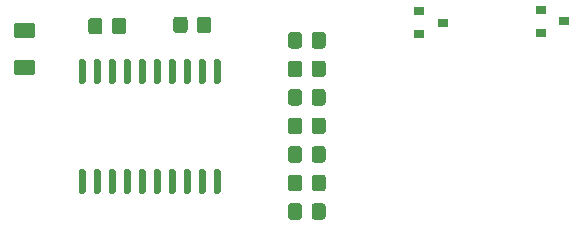
<source format=gbr>
%TF.GenerationSoftware,KiCad,Pcbnew,5.1.9-73d0e3b20d~88~ubuntu20.04.1*%
%TF.CreationDate,2021-03-07T16:38:01-05:00*%
%TF.ProjectId,hexdisplay8,68657864-6973-4706-9c61-79382e6b6963,rev?*%
%TF.SameCoordinates,Original*%
%TF.FileFunction,Paste,Top*%
%TF.FilePolarity,Positive*%
%FSLAX46Y46*%
G04 Gerber Fmt 4.6, Leading zero omitted, Abs format (unit mm)*
G04 Created by KiCad (PCBNEW 5.1.9-73d0e3b20d~88~ubuntu20.04.1) date 2021-03-07 16:38:01*
%MOMM*%
%LPD*%
G01*
G04 APERTURE LIST*
%ADD10R,0.900000X0.800000*%
G04 APERTURE END LIST*
%TO.C,C1*%
G36*
G01*
X143350001Y-106462500D02*
X142049999Y-106462500D01*
G75*
G02*
X141800000Y-106212501I0J249999D01*
G01*
X141800000Y-105387499D01*
G75*
G02*
X142049999Y-105137500I249999J0D01*
G01*
X143350001Y-105137500D01*
G75*
G02*
X143600000Y-105387499I0J-249999D01*
G01*
X143600000Y-106212501D01*
G75*
G02*
X143350001Y-106462500I-249999J0D01*
G01*
G37*
G36*
G01*
X143350001Y-103337500D02*
X142049999Y-103337500D01*
G75*
G02*
X141800000Y-103087501I0J249999D01*
G01*
X141800000Y-102262499D01*
G75*
G02*
X142049999Y-102012500I249999J0D01*
G01*
X143350001Y-102012500D01*
G75*
G02*
X143600000Y-102262499I0J-249999D01*
G01*
X143600000Y-103087501D01*
G75*
G02*
X143350001Y-103337500I-249999J0D01*
G01*
G37*
%TD*%
D10*
%TO.C,Q1*%
X186400000Y-100950000D03*
X186400000Y-102850000D03*
X188400000Y-101900000D03*
%TD*%
%TO.C,Q2*%
X178100000Y-102000000D03*
X176100000Y-102950000D03*
X176100000Y-101050000D03*
%TD*%
%TO.C,R1*%
G36*
G01*
X168200000Y-103049999D02*
X168200000Y-103950001D01*
G75*
G02*
X167950001Y-104200000I-249999J0D01*
G01*
X167249999Y-104200000D01*
G75*
G02*
X167000000Y-103950001I0J249999D01*
G01*
X167000000Y-103049999D01*
G75*
G02*
X167249999Y-102800000I249999J0D01*
G01*
X167950001Y-102800000D01*
G75*
G02*
X168200000Y-103049999I0J-249999D01*
G01*
G37*
G36*
G01*
X166200000Y-103049999D02*
X166200000Y-103950001D01*
G75*
G02*
X165950001Y-104200000I-249999J0D01*
G01*
X165249999Y-104200000D01*
G75*
G02*
X165000000Y-103950001I0J249999D01*
G01*
X165000000Y-103049999D01*
G75*
G02*
X165249999Y-102800000I249999J0D01*
G01*
X165950001Y-102800000D01*
G75*
G02*
X166200000Y-103049999I0J-249999D01*
G01*
G37*
%TD*%
%TO.C,R2*%
G36*
G01*
X166200000Y-105466665D02*
X166200000Y-106366667D01*
G75*
G02*
X165950001Y-106616666I-249999J0D01*
G01*
X165249999Y-106616666D01*
G75*
G02*
X165000000Y-106366667I0J249999D01*
G01*
X165000000Y-105466665D01*
G75*
G02*
X165249999Y-105216666I249999J0D01*
G01*
X165950001Y-105216666D01*
G75*
G02*
X166200000Y-105466665I0J-249999D01*
G01*
G37*
G36*
G01*
X168200000Y-105466665D02*
X168200000Y-106366667D01*
G75*
G02*
X167950001Y-106616666I-249999J0D01*
G01*
X167249999Y-106616666D01*
G75*
G02*
X167000000Y-106366667I0J249999D01*
G01*
X167000000Y-105466665D01*
G75*
G02*
X167249999Y-105216666I249999J0D01*
G01*
X167950001Y-105216666D01*
G75*
G02*
X168200000Y-105466665I0J-249999D01*
G01*
G37*
%TD*%
%TO.C,R3*%
G36*
G01*
X168200000Y-107883331D02*
X168200000Y-108783333D01*
G75*
G02*
X167950001Y-109033332I-249999J0D01*
G01*
X167249999Y-109033332D01*
G75*
G02*
X167000000Y-108783333I0J249999D01*
G01*
X167000000Y-107883331D01*
G75*
G02*
X167249999Y-107633332I249999J0D01*
G01*
X167950001Y-107633332D01*
G75*
G02*
X168200000Y-107883331I0J-249999D01*
G01*
G37*
G36*
G01*
X166200000Y-107883331D02*
X166200000Y-108783333D01*
G75*
G02*
X165950001Y-109033332I-249999J0D01*
G01*
X165249999Y-109033332D01*
G75*
G02*
X165000000Y-108783333I0J249999D01*
G01*
X165000000Y-107883331D01*
G75*
G02*
X165249999Y-107633332I249999J0D01*
G01*
X165950001Y-107633332D01*
G75*
G02*
X166200000Y-107883331I0J-249999D01*
G01*
G37*
%TD*%
%TO.C,R4*%
G36*
G01*
X166200000Y-110299997D02*
X166200000Y-111199999D01*
G75*
G02*
X165950001Y-111449998I-249999J0D01*
G01*
X165249999Y-111449998D01*
G75*
G02*
X165000000Y-111199999I0J249999D01*
G01*
X165000000Y-110299997D01*
G75*
G02*
X165249999Y-110049998I249999J0D01*
G01*
X165950001Y-110049998D01*
G75*
G02*
X166200000Y-110299997I0J-249999D01*
G01*
G37*
G36*
G01*
X168200000Y-110299997D02*
X168200000Y-111199999D01*
G75*
G02*
X167950001Y-111449998I-249999J0D01*
G01*
X167249999Y-111449998D01*
G75*
G02*
X167000000Y-111199999I0J249999D01*
G01*
X167000000Y-110299997D01*
G75*
G02*
X167249999Y-110049998I249999J0D01*
G01*
X167950001Y-110049998D01*
G75*
G02*
X168200000Y-110299997I0J-249999D01*
G01*
G37*
%TD*%
%TO.C,R5*%
G36*
G01*
X168200000Y-112716663D02*
X168200000Y-113616665D01*
G75*
G02*
X167950001Y-113866664I-249999J0D01*
G01*
X167249999Y-113866664D01*
G75*
G02*
X167000000Y-113616665I0J249999D01*
G01*
X167000000Y-112716663D01*
G75*
G02*
X167249999Y-112466664I249999J0D01*
G01*
X167950001Y-112466664D01*
G75*
G02*
X168200000Y-112716663I0J-249999D01*
G01*
G37*
G36*
G01*
X166200000Y-112716663D02*
X166200000Y-113616665D01*
G75*
G02*
X165950001Y-113866664I-249999J0D01*
G01*
X165249999Y-113866664D01*
G75*
G02*
X165000000Y-113616665I0J249999D01*
G01*
X165000000Y-112716663D01*
G75*
G02*
X165249999Y-112466664I249999J0D01*
G01*
X165950001Y-112466664D01*
G75*
G02*
X166200000Y-112716663I0J-249999D01*
G01*
G37*
%TD*%
%TO.C,R6*%
G36*
G01*
X166200000Y-115133329D02*
X166200000Y-116033331D01*
G75*
G02*
X165950001Y-116283330I-249999J0D01*
G01*
X165249999Y-116283330D01*
G75*
G02*
X165000000Y-116033331I0J249999D01*
G01*
X165000000Y-115133329D01*
G75*
G02*
X165249999Y-114883330I249999J0D01*
G01*
X165950001Y-114883330D01*
G75*
G02*
X166200000Y-115133329I0J-249999D01*
G01*
G37*
G36*
G01*
X168200000Y-115133329D02*
X168200000Y-116033331D01*
G75*
G02*
X167950001Y-116283330I-249999J0D01*
G01*
X167249999Y-116283330D01*
G75*
G02*
X167000000Y-116033331I0J249999D01*
G01*
X167000000Y-115133329D01*
G75*
G02*
X167249999Y-114883330I249999J0D01*
G01*
X167950001Y-114883330D01*
G75*
G02*
X168200000Y-115133329I0J-249999D01*
G01*
G37*
%TD*%
%TO.C,R7*%
G36*
G01*
X168200000Y-117549999D02*
X168200000Y-118450001D01*
G75*
G02*
X167950001Y-118700000I-249999J0D01*
G01*
X167249999Y-118700000D01*
G75*
G02*
X167000000Y-118450001I0J249999D01*
G01*
X167000000Y-117549999D01*
G75*
G02*
X167249999Y-117300000I249999J0D01*
G01*
X167950001Y-117300000D01*
G75*
G02*
X168200000Y-117549999I0J-249999D01*
G01*
G37*
G36*
G01*
X166200000Y-117549999D02*
X166200000Y-118450001D01*
G75*
G02*
X165950001Y-118700000I-249999J0D01*
G01*
X165249999Y-118700000D01*
G75*
G02*
X165000000Y-118450001I0J249999D01*
G01*
X165000000Y-117549999D01*
G75*
G02*
X165249999Y-117300000I249999J0D01*
G01*
X165950001Y-117300000D01*
G75*
G02*
X166200000Y-117549999I0J-249999D01*
G01*
G37*
%TD*%
%TO.C,R8*%
G36*
G01*
X149300000Y-101849999D02*
X149300000Y-102750001D01*
G75*
G02*
X149050001Y-103000000I-249999J0D01*
G01*
X148349999Y-103000000D01*
G75*
G02*
X148100000Y-102750001I0J249999D01*
G01*
X148100000Y-101849999D01*
G75*
G02*
X148349999Y-101600000I249999J0D01*
G01*
X149050001Y-101600000D01*
G75*
G02*
X149300000Y-101849999I0J-249999D01*
G01*
G37*
G36*
G01*
X151300000Y-101849999D02*
X151300000Y-102750001D01*
G75*
G02*
X151050001Y-103000000I-249999J0D01*
G01*
X150349999Y-103000000D01*
G75*
G02*
X150100000Y-102750001I0J249999D01*
G01*
X150100000Y-101849999D01*
G75*
G02*
X150349999Y-101600000I249999J0D01*
G01*
X151050001Y-101600000D01*
G75*
G02*
X151300000Y-101849999I0J-249999D01*
G01*
G37*
%TD*%
%TO.C,R9*%
G36*
G01*
X158500000Y-101749999D02*
X158500000Y-102650001D01*
G75*
G02*
X158250001Y-102900000I-249999J0D01*
G01*
X157549999Y-102900000D01*
G75*
G02*
X157300000Y-102650001I0J249999D01*
G01*
X157300000Y-101749999D01*
G75*
G02*
X157549999Y-101500000I249999J0D01*
G01*
X158250001Y-101500000D01*
G75*
G02*
X158500000Y-101749999I0J-249999D01*
G01*
G37*
G36*
G01*
X156500000Y-101749999D02*
X156500000Y-102650001D01*
G75*
G02*
X156250001Y-102900000I-249999J0D01*
G01*
X155549999Y-102900000D01*
G75*
G02*
X155300000Y-102650001I0J249999D01*
G01*
X155300000Y-101749999D01*
G75*
G02*
X155549999Y-101500000I249999J0D01*
G01*
X156250001Y-101500000D01*
G75*
G02*
X156500000Y-101749999I0J-249999D01*
G01*
G37*
%TD*%
%TO.C,U1*%
G36*
G01*
X147735000Y-116475000D02*
X147435000Y-116475000D01*
G75*
G02*
X147285000Y-116325000I0J150000D01*
G01*
X147285000Y-114575000D01*
G75*
G02*
X147435000Y-114425000I150000J0D01*
G01*
X147735000Y-114425000D01*
G75*
G02*
X147885000Y-114575000I0J-150000D01*
G01*
X147885000Y-116325000D01*
G75*
G02*
X147735000Y-116475000I-150000J0D01*
G01*
G37*
G36*
G01*
X149005000Y-116475000D02*
X148705000Y-116475000D01*
G75*
G02*
X148555000Y-116325000I0J150000D01*
G01*
X148555000Y-114575000D01*
G75*
G02*
X148705000Y-114425000I150000J0D01*
G01*
X149005000Y-114425000D01*
G75*
G02*
X149155000Y-114575000I0J-150000D01*
G01*
X149155000Y-116325000D01*
G75*
G02*
X149005000Y-116475000I-150000J0D01*
G01*
G37*
G36*
G01*
X150275000Y-116475000D02*
X149975000Y-116475000D01*
G75*
G02*
X149825000Y-116325000I0J150000D01*
G01*
X149825000Y-114575000D01*
G75*
G02*
X149975000Y-114425000I150000J0D01*
G01*
X150275000Y-114425000D01*
G75*
G02*
X150425000Y-114575000I0J-150000D01*
G01*
X150425000Y-116325000D01*
G75*
G02*
X150275000Y-116475000I-150000J0D01*
G01*
G37*
G36*
G01*
X151545000Y-116475000D02*
X151245000Y-116475000D01*
G75*
G02*
X151095000Y-116325000I0J150000D01*
G01*
X151095000Y-114575000D01*
G75*
G02*
X151245000Y-114425000I150000J0D01*
G01*
X151545000Y-114425000D01*
G75*
G02*
X151695000Y-114575000I0J-150000D01*
G01*
X151695000Y-116325000D01*
G75*
G02*
X151545000Y-116475000I-150000J0D01*
G01*
G37*
G36*
G01*
X152815000Y-116475000D02*
X152515000Y-116475000D01*
G75*
G02*
X152365000Y-116325000I0J150000D01*
G01*
X152365000Y-114575000D01*
G75*
G02*
X152515000Y-114425000I150000J0D01*
G01*
X152815000Y-114425000D01*
G75*
G02*
X152965000Y-114575000I0J-150000D01*
G01*
X152965000Y-116325000D01*
G75*
G02*
X152815000Y-116475000I-150000J0D01*
G01*
G37*
G36*
G01*
X154085000Y-116475000D02*
X153785000Y-116475000D01*
G75*
G02*
X153635000Y-116325000I0J150000D01*
G01*
X153635000Y-114575000D01*
G75*
G02*
X153785000Y-114425000I150000J0D01*
G01*
X154085000Y-114425000D01*
G75*
G02*
X154235000Y-114575000I0J-150000D01*
G01*
X154235000Y-116325000D01*
G75*
G02*
X154085000Y-116475000I-150000J0D01*
G01*
G37*
G36*
G01*
X155355000Y-116475000D02*
X155055000Y-116475000D01*
G75*
G02*
X154905000Y-116325000I0J150000D01*
G01*
X154905000Y-114575000D01*
G75*
G02*
X155055000Y-114425000I150000J0D01*
G01*
X155355000Y-114425000D01*
G75*
G02*
X155505000Y-114575000I0J-150000D01*
G01*
X155505000Y-116325000D01*
G75*
G02*
X155355000Y-116475000I-150000J0D01*
G01*
G37*
G36*
G01*
X156625000Y-116475000D02*
X156325000Y-116475000D01*
G75*
G02*
X156175000Y-116325000I0J150000D01*
G01*
X156175000Y-114575000D01*
G75*
G02*
X156325000Y-114425000I150000J0D01*
G01*
X156625000Y-114425000D01*
G75*
G02*
X156775000Y-114575000I0J-150000D01*
G01*
X156775000Y-116325000D01*
G75*
G02*
X156625000Y-116475000I-150000J0D01*
G01*
G37*
G36*
G01*
X157895000Y-116475000D02*
X157595000Y-116475000D01*
G75*
G02*
X157445000Y-116325000I0J150000D01*
G01*
X157445000Y-114575000D01*
G75*
G02*
X157595000Y-114425000I150000J0D01*
G01*
X157895000Y-114425000D01*
G75*
G02*
X158045000Y-114575000I0J-150000D01*
G01*
X158045000Y-116325000D01*
G75*
G02*
X157895000Y-116475000I-150000J0D01*
G01*
G37*
G36*
G01*
X159165000Y-116475000D02*
X158865000Y-116475000D01*
G75*
G02*
X158715000Y-116325000I0J150000D01*
G01*
X158715000Y-114575000D01*
G75*
G02*
X158865000Y-114425000I150000J0D01*
G01*
X159165000Y-114425000D01*
G75*
G02*
X159315000Y-114575000I0J-150000D01*
G01*
X159315000Y-116325000D01*
G75*
G02*
X159165000Y-116475000I-150000J0D01*
G01*
G37*
G36*
G01*
X159165000Y-107175000D02*
X158865000Y-107175000D01*
G75*
G02*
X158715000Y-107025000I0J150000D01*
G01*
X158715000Y-105275000D01*
G75*
G02*
X158865000Y-105125000I150000J0D01*
G01*
X159165000Y-105125000D01*
G75*
G02*
X159315000Y-105275000I0J-150000D01*
G01*
X159315000Y-107025000D01*
G75*
G02*
X159165000Y-107175000I-150000J0D01*
G01*
G37*
G36*
G01*
X157895000Y-107175000D02*
X157595000Y-107175000D01*
G75*
G02*
X157445000Y-107025000I0J150000D01*
G01*
X157445000Y-105275000D01*
G75*
G02*
X157595000Y-105125000I150000J0D01*
G01*
X157895000Y-105125000D01*
G75*
G02*
X158045000Y-105275000I0J-150000D01*
G01*
X158045000Y-107025000D01*
G75*
G02*
X157895000Y-107175000I-150000J0D01*
G01*
G37*
G36*
G01*
X156625000Y-107175000D02*
X156325000Y-107175000D01*
G75*
G02*
X156175000Y-107025000I0J150000D01*
G01*
X156175000Y-105275000D01*
G75*
G02*
X156325000Y-105125000I150000J0D01*
G01*
X156625000Y-105125000D01*
G75*
G02*
X156775000Y-105275000I0J-150000D01*
G01*
X156775000Y-107025000D01*
G75*
G02*
X156625000Y-107175000I-150000J0D01*
G01*
G37*
G36*
G01*
X155355000Y-107175000D02*
X155055000Y-107175000D01*
G75*
G02*
X154905000Y-107025000I0J150000D01*
G01*
X154905000Y-105275000D01*
G75*
G02*
X155055000Y-105125000I150000J0D01*
G01*
X155355000Y-105125000D01*
G75*
G02*
X155505000Y-105275000I0J-150000D01*
G01*
X155505000Y-107025000D01*
G75*
G02*
X155355000Y-107175000I-150000J0D01*
G01*
G37*
G36*
G01*
X154085000Y-107175000D02*
X153785000Y-107175000D01*
G75*
G02*
X153635000Y-107025000I0J150000D01*
G01*
X153635000Y-105275000D01*
G75*
G02*
X153785000Y-105125000I150000J0D01*
G01*
X154085000Y-105125000D01*
G75*
G02*
X154235000Y-105275000I0J-150000D01*
G01*
X154235000Y-107025000D01*
G75*
G02*
X154085000Y-107175000I-150000J0D01*
G01*
G37*
G36*
G01*
X152815000Y-107175000D02*
X152515000Y-107175000D01*
G75*
G02*
X152365000Y-107025000I0J150000D01*
G01*
X152365000Y-105275000D01*
G75*
G02*
X152515000Y-105125000I150000J0D01*
G01*
X152815000Y-105125000D01*
G75*
G02*
X152965000Y-105275000I0J-150000D01*
G01*
X152965000Y-107025000D01*
G75*
G02*
X152815000Y-107175000I-150000J0D01*
G01*
G37*
G36*
G01*
X151545000Y-107175000D02*
X151245000Y-107175000D01*
G75*
G02*
X151095000Y-107025000I0J150000D01*
G01*
X151095000Y-105275000D01*
G75*
G02*
X151245000Y-105125000I150000J0D01*
G01*
X151545000Y-105125000D01*
G75*
G02*
X151695000Y-105275000I0J-150000D01*
G01*
X151695000Y-107025000D01*
G75*
G02*
X151545000Y-107175000I-150000J0D01*
G01*
G37*
G36*
G01*
X150275000Y-107175000D02*
X149975000Y-107175000D01*
G75*
G02*
X149825000Y-107025000I0J150000D01*
G01*
X149825000Y-105275000D01*
G75*
G02*
X149975000Y-105125000I150000J0D01*
G01*
X150275000Y-105125000D01*
G75*
G02*
X150425000Y-105275000I0J-150000D01*
G01*
X150425000Y-107025000D01*
G75*
G02*
X150275000Y-107175000I-150000J0D01*
G01*
G37*
G36*
G01*
X149005000Y-107175000D02*
X148705000Y-107175000D01*
G75*
G02*
X148555000Y-107025000I0J150000D01*
G01*
X148555000Y-105275000D01*
G75*
G02*
X148705000Y-105125000I150000J0D01*
G01*
X149005000Y-105125000D01*
G75*
G02*
X149155000Y-105275000I0J-150000D01*
G01*
X149155000Y-107025000D01*
G75*
G02*
X149005000Y-107175000I-150000J0D01*
G01*
G37*
G36*
G01*
X147735000Y-107175000D02*
X147435000Y-107175000D01*
G75*
G02*
X147285000Y-107025000I0J150000D01*
G01*
X147285000Y-105275000D01*
G75*
G02*
X147435000Y-105125000I150000J0D01*
G01*
X147735000Y-105125000D01*
G75*
G02*
X147885000Y-105275000I0J-150000D01*
G01*
X147885000Y-107025000D01*
G75*
G02*
X147735000Y-107175000I-150000J0D01*
G01*
G37*
%TD*%
M02*

</source>
